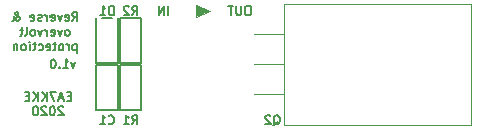
<source format=gbo>
%TF.GenerationSoftware,KiCad,Pcbnew,5.1.8*%
%TF.CreationDate,2020-12-29T16:08:40+01:00*%
%TF.ProjectId,RadioPowerProtection,52616469-6f50-46f7-9765-7250726f7465,rev?*%
%TF.SameCoordinates,Original*%
%TF.FileFunction,Legend,Bot*%
%TF.FilePolarity,Positive*%
%FSLAX46Y46*%
G04 Gerber Fmt 4.6, Leading zero omitted, Abs format (unit mm)*
G04 Created by KiCad (PCBNEW 5.1.8) date 2020-12-29 16:08:40*
%MOMM*%
%LPD*%
G01*
G04 APERTURE LIST*
%ADD10C,0.150000*%
%ADD11C,0.100000*%
%ADD12C,0.200000*%
%ADD13C,0.120000*%
G04 APERTURE END LIST*
D10*
X137321428Y-92339285D02*
X137142857Y-92839285D01*
X136964285Y-92339285D01*
X136285714Y-92839285D02*
X136714285Y-92839285D01*
X136500000Y-92839285D02*
X136500000Y-92089285D01*
X136571428Y-92196428D01*
X136642857Y-92267857D01*
X136714285Y-92303571D01*
X135964285Y-92767857D02*
X135928571Y-92803571D01*
X135964285Y-92839285D01*
X136000000Y-92803571D01*
X135964285Y-92767857D01*
X135964285Y-92839285D01*
X135464285Y-92089285D02*
X135392857Y-92089285D01*
X135321428Y-92125000D01*
X135285714Y-92160714D01*
X135250000Y-92232142D01*
X135214285Y-92375000D01*
X135214285Y-92553571D01*
X135250000Y-92696428D01*
X135285714Y-92767857D01*
X135321428Y-92803571D01*
X135392857Y-92839285D01*
X135464285Y-92839285D01*
X135535714Y-92803571D01*
X135571428Y-92767857D01*
X135607142Y-92696428D01*
X135642857Y-92553571D01*
X135642857Y-92375000D01*
X135607142Y-92232142D01*
X135571428Y-92160714D01*
X135535714Y-92125000D01*
X135464285Y-92089285D01*
D11*
G36*
X148750000Y-88000000D02*
G01*
X147500000Y-88500000D01*
X147500000Y-87500000D01*
X148750000Y-88000000D01*
G37*
X148750000Y-88000000D02*
X147500000Y-88500000D01*
X147500000Y-87500000D01*
X148750000Y-88000000D01*
D10*
X152000000Y-87589285D02*
X151857142Y-87589285D01*
X151785714Y-87625000D01*
X151714285Y-87696428D01*
X151678571Y-87839285D01*
X151678571Y-88089285D01*
X151714285Y-88232142D01*
X151785714Y-88303571D01*
X151857142Y-88339285D01*
X152000000Y-88339285D01*
X152071428Y-88303571D01*
X152142857Y-88232142D01*
X152178571Y-88089285D01*
X152178571Y-87839285D01*
X152142857Y-87696428D01*
X152071428Y-87625000D01*
X152000000Y-87589285D01*
X151357142Y-87589285D02*
X151357142Y-88196428D01*
X151321428Y-88267857D01*
X151285714Y-88303571D01*
X151214285Y-88339285D01*
X151071428Y-88339285D01*
X151000000Y-88303571D01*
X150964285Y-88267857D01*
X150928571Y-88196428D01*
X150928571Y-87589285D01*
X150678571Y-87589285D02*
X150250000Y-87589285D01*
X150464285Y-88339285D02*
X150464285Y-87589285D01*
X145142857Y-88339285D02*
X145142857Y-87589285D01*
X144785714Y-88339285D02*
X144785714Y-87589285D01*
X144357142Y-88339285D01*
X144357142Y-87589285D01*
X137410714Y-90839285D02*
X137410714Y-91589285D01*
X137410714Y-90875000D02*
X137339285Y-90839285D01*
X137196428Y-90839285D01*
X137125000Y-90875000D01*
X137089285Y-90910714D01*
X137053571Y-90982142D01*
X137053571Y-91196428D01*
X137089285Y-91267857D01*
X137125000Y-91303571D01*
X137196428Y-91339285D01*
X137339285Y-91339285D01*
X137410714Y-91303571D01*
X136732142Y-91339285D02*
X136732142Y-90839285D01*
X136732142Y-90982142D02*
X136696428Y-90910714D01*
X136660714Y-90875000D01*
X136589285Y-90839285D01*
X136517857Y-90839285D01*
X136160714Y-91339285D02*
X136232142Y-91303571D01*
X136267857Y-91267857D01*
X136303571Y-91196428D01*
X136303571Y-90982142D01*
X136267857Y-90910714D01*
X136232142Y-90875000D01*
X136160714Y-90839285D01*
X136053571Y-90839285D01*
X135982142Y-90875000D01*
X135946428Y-90910714D01*
X135910714Y-90982142D01*
X135910714Y-91196428D01*
X135946428Y-91267857D01*
X135982142Y-91303571D01*
X136053571Y-91339285D01*
X136160714Y-91339285D01*
X135696428Y-90839285D02*
X135410714Y-90839285D01*
X135589285Y-90589285D02*
X135589285Y-91232142D01*
X135553571Y-91303571D01*
X135482142Y-91339285D01*
X135410714Y-91339285D01*
X134875000Y-91303571D02*
X134946428Y-91339285D01*
X135089285Y-91339285D01*
X135160714Y-91303571D01*
X135196428Y-91232142D01*
X135196428Y-90946428D01*
X135160714Y-90875000D01*
X135089285Y-90839285D01*
X134946428Y-90839285D01*
X134875000Y-90875000D01*
X134839285Y-90946428D01*
X134839285Y-91017857D01*
X135196428Y-91089285D01*
X134196428Y-91303571D02*
X134267857Y-91339285D01*
X134410714Y-91339285D01*
X134482142Y-91303571D01*
X134517857Y-91267857D01*
X134553571Y-91196428D01*
X134553571Y-90982142D01*
X134517857Y-90910714D01*
X134482142Y-90875000D01*
X134410714Y-90839285D01*
X134267857Y-90839285D01*
X134196428Y-90875000D01*
X133982142Y-90839285D02*
X133696428Y-90839285D01*
X133875000Y-90589285D02*
X133875000Y-91232142D01*
X133839285Y-91303571D01*
X133767857Y-91339285D01*
X133696428Y-91339285D01*
X133446428Y-91339285D02*
X133446428Y-90839285D01*
X133446428Y-90589285D02*
X133482142Y-90625000D01*
X133446428Y-90660714D01*
X133410714Y-90625000D01*
X133446428Y-90589285D01*
X133446428Y-90660714D01*
X132982142Y-91339285D02*
X133053571Y-91303571D01*
X133089285Y-91267857D01*
X133125000Y-91196428D01*
X133125000Y-90982142D01*
X133089285Y-90910714D01*
X133053571Y-90875000D01*
X132982142Y-90839285D01*
X132875000Y-90839285D01*
X132803571Y-90875000D01*
X132767857Y-90910714D01*
X132732142Y-90982142D01*
X132732142Y-91196428D01*
X132767857Y-91267857D01*
X132803571Y-91303571D01*
X132875000Y-91339285D01*
X132982142Y-91339285D01*
X132410714Y-90839285D02*
X132410714Y-91339285D01*
X132410714Y-90910714D02*
X132375000Y-90875000D01*
X132303571Y-90839285D01*
X132196428Y-90839285D01*
X132125000Y-90875000D01*
X132089285Y-90946428D01*
X132089285Y-91339285D01*
X136678571Y-90089285D02*
X136750000Y-90053571D01*
X136785714Y-90017857D01*
X136821428Y-89946428D01*
X136821428Y-89732142D01*
X136785714Y-89660714D01*
X136750000Y-89625000D01*
X136678571Y-89589285D01*
X136571428Y-89589285D01*
X136500000Y-89625000D01*
X136464285Y-89660714D01*
X136428571Y-89732142D01*
X136428571Y-89946428D01*
X136464285Y-90017857D01*
X136500000Y-90053571D01*
X136571428Y-90089285D01*
X136678571Y-90089285D01*
X136178571Y-89589285D02*
X136000000Y-90089285D01*
X135821428Y-89589285D01*
X135250000Y-90053571D02*
X135321428Y-90089285D01*
X135464285Y-90089285D01*
X135535714Y-90053571D01*
X135571428Y-89982142D01*
X135571428Y-89696428D01*
X135535714Y-89625000D01*
X135464285Y-89589285D01*
X135321428Y-89589285D01*
X135250000Y-89625000D01*
X135214285Y-89696428D01*
X135214285Y-89767857D01*
X135571428Y-89839285D01*
X134892857Y-90089285D02*
X134892857Y-89589285D01*
X134892857Y-89732142D02*
X134857142Y-89660714D01*
X134821428Y-89625000D01*
X134750000Y-89589285D01*
X134678571Y-89589285D01*
X134500000Y-89589285D02*
X134321428Y-90089285D01*
X134142857Y-89589285D01*
X133750000Y-90089285D02*
X133821428Y-90053571D01*
X133857142Y-90017857D01*
X133892857Y-89946428D01*
X133892857Y-89732142D01*
X133857142Y-89660714D01*
X133821428Y-89625000D01*
X133750000Y-89589285D01*
X133642857Y-89589285D01*
X133571428Y-89625000D01*
X133535714Y-89660714D01*
X133500000Y-89732142D01*
X133500000Y-89946428D01*
X133535714Y-90017857D01*
X133571428Y-90053571D01*
X133642857Y-90089285D01*
X133750000Y-90089285D01*
X133071428Y-90089285D02*
X133142857Y-90053571D01*
X133178571Y-89982142D01*
X133178571Y-89339285D01*
X132892857Y-89589285D02*
X132607142Y-89589285D01*
X132785714Y-89339285D02*
X132785714Y-89982142D01*
X132750000Y-90053571D01*
X132678571Y-90089285D01*
X132607142Y-90089285D01*
X137053571Y-88839285D02*
X137303571Y-88482142D01*
X137482142Y-88839285D02*
X137482142Y-88089285D01*
X137196428Y-88089285D01*
X137125000Y-88125000D01*
X137089285Y-88160714D01*
X137053571Y-88232142D01*
X137053571Y-88339285D01*
X137089285Y-88410714D01*
X137125000Y-88446428D01*
X137196428Y-88482142D01*
X137482142Y-88482142D01*
X136446428Y-88803571D02*
X136517857Y-88839285D01*
X136660714Y-88839285D01*
X136732142Y-88803571D01*
X136767857Y-88732142D01*
X136767857Y-88446428D01*
X136732142Y-88375000D01*
X136660714Y-88339285D01*
X136517857Y-88339285D01*
X136446428Y-88375000D01*
X136410714Y-88446428D01*
X136410714Y-88517857D01*
X136767857Y-88589285D01*
X136160714Y-88339285D02*
X135982142Y-88839285D01*
X135803571Y-88339285D01*
X135232142Y-88803571D02*
X135303571Y-88839285D01*
X135446428Y-88839285D01*
X135517857Y-88803571D01*
X135553571Y-88732142D01*
X135553571Y-88446428D01*
X135517857Y-88375000D01*
X135446428Y-88339285D01*
X135303571Y-88339285D01*
X135232142Y-88375000D01*
X135196428Y-88446428D01*
X135196428Y-88517857D01*
X135553571Y-88589285D01*
X134875000Y-88839285D02*
X134875000Y-88339285D01*
X134875000Y-88482142D02*
X134839285Y-88410714D01*
X134803571Y-88375000D01*
X134732142Y-88339285D01*
X134660714Y-88339285D01*
X134446428Y-88803571D02*
X134375000Y-88839285D01*
X134232142Y-88839285D01*
X134160714Y-88803571D01*
X134125000Y-88732142D01*
X134125000Y-88696428D01*
X134160714Y-88625000D01*
X134232142Y-88589285D01*
X134339285Y-88589285D01*
X134410714Y-88553571D01*
X134446428Y-88482142D01*
X134446428Y-88446428D01*
X134410714Y-88375000D01*
X134339285Y-88339285D01*
X134232142Y-88339285D01*
X134160714Y-88375000D01*
X133517857Y-88803571D02*
X133589285Y-88839285D01*
X133732142Y-88839285D01*
X133803571Y-88803571D01*
X133839285Y-88732142D01*
X133839285Y-88446428D01*
X133803571Y-88375000D01*
X133732142Y-88339285D01*
X133589285Y-88339285D01*
X133517857Y-88375000D01*
X133482142Y-88446428D01*
X133482142Y-88517857D01*
X133839285Y-88589285D01*
X131982142Y-88839285D02*
X132017857Y-88839285D01*
X132089285Y-88803571D01*
X132196428Y-88696428D01*
X132375000Y-88482142D01*
X132446428Y-88375000D01*
X132482142Y-88267857D01*
X132482142Y-88196428D01*
X132446428Y-88125000D01*
X132375000Y-88089285D01*
X132339285Y-88089285D01*
X132267857Y-88125000D01*
X132232142Y-88196428D01*
X132232142Y-88232142D01*
X132267857Y-88303571D01*
X132303571Y-88339285D01*
X132517857Y-88482142D01*
X132553571Y-88517857D01*
X132589285Y-88589285D01*
X132589285Y-88696428D01*
X132553571Y-88767857D01*
X132517857Y-88803571D01*
X132446428Y-88839285D01*
X132339285Y-88839285D01*
X132267857Y-88803571D01*
X132232142Y-88767857D01*
X132125000Y-88625000D01*
X132089285Y-88517857D01*
X132089285Y-88446428D01*
X136285714Y-96160714D02*
X136250000Y-96125000D01*
X136178571Y-96089285D01*
X136000000Y-96089285D01*
X135928571Y-96125000D01*
X135892857Y-96160714D01*
X135857142Y-96232142D01*
X135857142Y-96303571D01*
X135892857Y-96410714D01*
X136321428Y-96839285D01*
X135857142Y-96839285D01*
X135392857Y-96089285D02*
X135321428Y-96089285D01*
X135250000Y-96125000D01*
X135214285Y-96160714D01*
X135178571Y-96232142D01*
X135142857Y-96375000D01*
X135142857Y-96553571D01*
X135178571Y-96696428D01*
X135214285Y-96767857D01*
X135250000Y-96803571D01*
X135321428Y-96839285D01*
X135392857Y-96839285D01*
X135464285Y-96803571D01*
X135500000Y-96767857D01*
X135535714Y-96696428D01*
X135571428Y-96553571D01*
X135571428Y-96375000D01*
X135535714Y-96232142D01*
X135500000Y-96160714D01*
X135464285Y-96125000D01*
X135392857Y-96089285D01*
X134857142Y-96160714D02*
X134821428Y-96125000D01*
X134750000Y-96089285D01*
X134571428Y-96089285D01*
X134500000Y-96125000D01*
X134464285Y-96160714D01*
X134428571Y-96232142D01*
X134428571Y-96303571D01*
X134464285Y-96410714D01*
X134892857Y-96839285D01*
X134428571Y-96839285D01*
X133964285Y-96089285D02*
X133892857Y-96089285D01*
X133821428Y-96125000D01*
X133785714Y-96160714D01*
X133750000Y-96232142D01*
X133714285Y-96375000D01*
X133714285Y-96553571D01*
X133750000Y-96696428D01*
X133785714Y-96767857D01*
X133821428Y-96803571D01*
X133892857Y-96839285D01*
X133964285Y-96839285D01*
X134035714Y-96803571D01*
X134071428Y-96767857D01*
X134107142Y-96696428D01*
X134142857Y-96553571D01*
X134142857Y-96375000D01*
X134107142Y-96232142D01*
X134071428Y-96160714D01*
X134035714Y-96125000D01*
X133964285Y-96089285D01*
X136928571Y-95196428D02*
X136678571Y-95196428D01*
X136571428Y-95589285D02*
X136928571Y-95589285D01*
X136928571Y-94839285D01*
X136571428Y-94839285D01*
X136285714Y-95375000D02*
X135928571Y-95375000D01*
X136357142Y-95589285D02*
X136107142Y-94839285D01*
X135857142Y-95589285D01*
X135678571Y-94839285D02*
X135178571Y-94839285D01*
X135500000Y-95589285D01*
X134892857Y-95589285D02*
X134892857Y-94839285D01*
X134464285Y-95589285D02*
X134785714Y-95160714D01*
X134464285Y-94839285D02*
X134892857Y-95267857D01*
X134142857Y-95589285D02*
X134142857Y-94839285D01*
X133714285Y-95589285D02*
X134035714Y-95160714D01*
X133714285Y-94839285D02*
X134142857Y-95267857D01*
X133392857Y-95196428D02*
X133142857Y-95196428D01*
X133035714Y-95589285D02*
X133392857Y-95589285D01*
X133392857Y-94839285D01*
X133035714Y-94839285D01*
D12*
%TO.C,D1*%
X140900000Y-88600000D02*
X140900000Y-92400000D01*
X140900000Y-92400000D02*
X139100000Y-92400000D01*
X139100000Y-92400000D02*
X139100000Y-88600000D01*
X139600000Y-88600000D02*
X140400000Y-88600000D01*
D13*
%TO.C,Q2*%
X154940000Y-89960000D02*
X152400000Y-89960000D01*
X154940000Y-92500000D02*
X152400000Y-92500000D01*
X154940000Y-95040000D02*
X152400000Y-95040000D01*
X170830000Y-87380000D02*
X154940000Y-87380000D01*
X170830000Y-97620000D02*
X154940000Y-97620000D01*
X170830000Y-97620000D02*
X170830000Y-87380000D01*
X154940000Y-97620000D02*
X154940000Y-87380000D01*
D12*
%TO.C,R2*%
X142900000Y-92400000D02*
X141100000Y-92400000D01*
X142900000Y-88600000D02*
X142900000Y-92400000D01*
X141100000Y-88600000D02*
X142900000Y-88600000D01*
X141100000Y-92400000D02*
X141100000Y-88600000D01*
%TO.C,R1*%
X142900000Y-96400000D02*
X141100000Y-96400000D01*
X142900000Y-92600000D02*
X142900000Y-96400000D01*
X141100000Y-92600000D02*
X142900000Y-92600000D01*
X141100000Y-96400000D02*
X141100000Y-92600000D01*
%TO.C,C1*%
X140900000Y-96400000D02*
X139100000Y-96400000D01*
X140900000Y-92600000D02*
X140900000Y-96400000D01*
X139100000Y-92600000D02*
X140900000Y-92600000D01*
X139100000Y-96400000D02*
X139100000Y-92600000D01*
%TO.C,D1*%
D10*
X140553571Y-88339285D02*
X140553571Y-87589285D01*
X140375000Y-87589285D01*
X140267857Y-87625000D01*
X140196428Y-87696428D01*
X140160714Y-87767857D01*
X140125000Y-87910714D01*
X140125000Y-88017857D01*
X140160714Y-88160714D01*
X140196428Y-88232142D01*
X140267857Y-88303571D01*
X140375000Y-88339285D01*
X140553571Y-88339285D01*
X139410714Y-88339285D02*
X139839285Y-88339285D01*
X139625000Y-88339285D02*
X139625000Y-87589285D01*
X139696428Y-87696428D01*
X139767857Y-87767857D01*
X139839285Y-87803571D01*
%TO.C,Q2*%
X154071428Y-97660714D02*
X154142857Y-97625000D01*
X154214285Y-97553571D01*
X154321428Y-97446428D01*
X154392857Y-97410714D01*
X154464285Y-97410714D01*
X154428571Y-97589285D02*
X154500000Y-97553571D01*
X154571428Y-97482142D01*
X154607142Y-97339285D01*
X154607142Y-97089285D01*
X154571428Y-96946428D01*
X154500000Y-96875000D01*
X154428571Y-96839285D01*
X154285714Y-96839285D01*
X154214285Y-96875000D01*
X154142857Y-96946428D01*
X154107142Y-97089285D01*
X154107142Y-97339285D01*
X154142857Y-97482142D01*
X154214285Y-97553571D01*
X154285714Y-97589285D01*
X154428571Y-97589285D01*
X153821428Y-96910714D02*
X153785714Y-96875000D01*
X153714285Y-96839285D01*
X153535714Y-96839285D01*
X153464285Y-96875000D01*
X153428571Y-96910714D01*
X153392857Y-96982142D01*
X153392857Y-97053571D01*
X153428571Y-97160714D01*
X153857142Y-97589285D01*
X153392857Y-97589285D01*
%TO.C,R2*%
X142125000Y-88339285D02*
X142375000Y-87982142D01*
X142553571Y-88339285D02*
X142553571Y-87589285D01*
X142267857Y-87589285D01*
X142196428Y-87625000D01*
X142160714Y-87660714D01*
X142125000Y-87732142D01*
X142125000Y-87839285D01*
X142160714Y-87910714D01*
X142196428Y-87946428D01*
X142267857Y-87982142D01*
X142553571Y-87982142D01*
X141839285Y-87660714D02*
X141803571Y-87625000D01*
X141732142Y-87589285D01*
X141553571Y-87589285D01*
X141482142Y-87625000D01*
X141446428Y-87660714D01*
X141410714Y-87732142D01*
X141410714Y-87803571D01*
X141446428Y-87910714D01*
X141875000Y-88339285D01*
X141410714Y-88339285D01*
%TO.C,R1*%
X142125000Y-97589285D02*
X142375000Y-97232142D01*
X142553571Y-97589285D02*
X142553571Y-96839285D01*
X142267857Y-96839285D01*
X142196428Y-96875000D01*
X142160714Y-96910714D01*
X142125000Y-96982142D01*
X142125000Y-97089285D01*
X142160714Y-97160714D01*
X142196428Y-97196428D01*
X142267857Y-97232142D01*
X142553571Y-97232142D01*
X141410714Y-97589285D02*
X141839285Y-97589285D01*
X141625000Y-97589285D02*
X141625000Y-96839285D01*
X141696428Y-96946428D01*
X141767857Y-97017857D01*
X141839285Y-97053571D01*
%TO.C,C1*%
X140125000Y-97517857D02*
X140160714Y-97553571D01*
X140267857Y-97589285D01*
X140339285Y-97589285D01*
X140446428Y-97553571D01*
X140517857Y-97482142D01*
X140553571Y-97410714D01*
X140589285Y-97267857D01*
X140589285Y-97160714D01*
X140553571Y-97017857D01*
X140517857Y-96946428D01*
X140446428Y-96875000D01*
X140339285Y-96839285D01*
X140267857Y-96839285D01*
X140160714Y-96875000D01*
X140125000Y-96910714D01*
X139410714Y-97589285D02*
X139839285Y-97589285D01*
X139625000Y-97589285D02*
X139625000Y-96839285D01*
X139696428Y-96946428D01*
X139767857Y-97017857D01*
X139839285Y-97053571D01*
%TD*%
M02*

</source>
